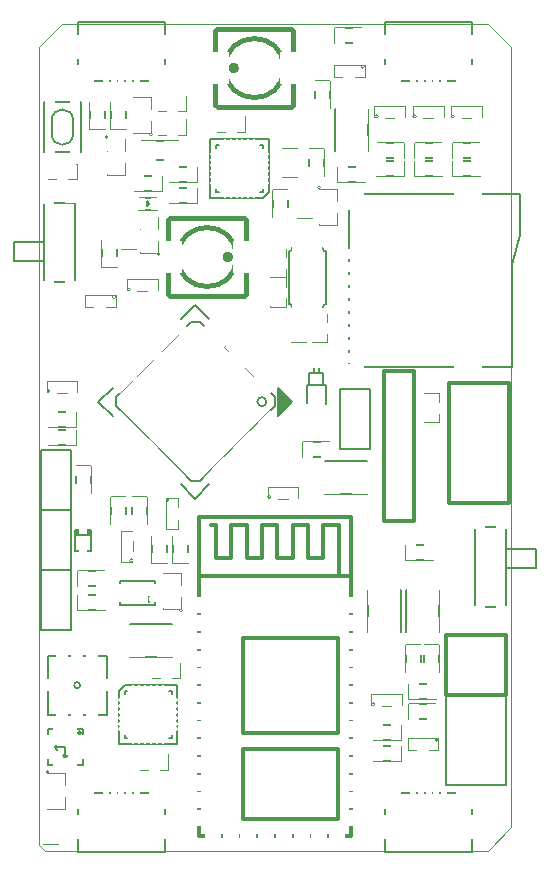
<source format=gto>
G04 (created by PCBNEW (2013-dec-23)-stable) date Tue 01 Jul 2014 06:11:27 EEST*
%MOIN*%
G04 Gerber Fmt 3.4, Leading zero omitted, Abs format*
%FSLAX34Y34*%
G01*
G70*
G90*
G04 APERTURE LIST*
%ADD10C,0.00590551*%
%ADD11C,0.00393701*%
%ADD12C,0.0059*%
%ADD13C,0.0079*%
%ADD14C,0.0031*%
%ADD15C,0.005*%
%ADD16C,0.0039*%
%ADD17C,0.0047*%
%ADD18C,0.012*%
%ADD19C,0.008*%
%ADD20C,0.006*%
%ADD21C,0.0149*%
%ADD22C,0.015*%
%ADD23C,0.00787402*%
%ADD24R,0.106274X0.106274*%
%ADD25O,0.039374X0.017674*%
%ADD26O,0.017674X0.039374*%
%ADD27R,0.039374X0.047274*%
%ADD28R,0.047274X0.039374*%
%ADD29R,0.0472441X0.0669291*%
%ADD30R,0.031474X0.047274*%
%ADD31R,0.0334646X0.0551181*%
%ADD32R,0.062874X0.042874*%
%ADD33R,0.032874X0.052874*%
%ADD34R,0.052874X0.032874*%
%ADD35R,0.067874X0.067874*%
%ADD36C,0.067874*%
%ADD37O,0.067874X0.067874*%
%ADD38R,0.0590551X0.0433071*%
%ADD39R,0.0472441X0.0472441*%
%ADD40C,0.0433071*%
%ADD41R,0.0314961X0.0511811*%
%ADD42R,0.0669291X0.102362*%
%ADD43R,0.023622X0.0610236*%
%ADD44R,0.0826772X0.0826772*%
%ADD45R,0.0669291X0.0669291*%
%ADD46R,0.0708661X0.0354331*%
%ADD47R,0.0629921X0.0551181*%
%ADD48R,0.0629921X0.0708661*%
%ADD49R,0.0944882X0.0551181*%
%ADD50C,0.0551181*%
%ADD51R,0.039274X0.039274*%
%ADD52R,0.074774X0.055074*%
%ADD53R,0.055074X0.070774*%
%ADD54R,0.055074X0.074774*%
%ADD55R,0.0669291X0.106299*%
%ADD56R,0.019685X0.0255906*%
%ADD57R,0.0255906X0.019685*%
%ADD58R,0.0354331X0.0177165*%
%ADD59R,0.0728346X0.0610236*%
%ADD60R,0.0998882X0.0723291*%
%ADD61R,0.084674X0.106274*%
%ADD62R,0.106274X0.084674*%
%ADD63R,0.0393701X0.0748031*%
%ADD64R,0.0748031X0.0393701*%
%ADD65R,0.106299X0.0393701*%
%ADD66R,0.084674X0.066974*%
G04 APERTURE END LIST*
G54D10*
G54D11*
X7874Y-35236D02*
X8070Y-35433D01*
X23622Y-34645D02*
X22834Y-35433D01*
X22834Y-7874D02*
X23622Y-8661D01*
X8661Y-7874D02*
X7874Y-8661D01*
X22834Y-35433D02*
X8070Y-35433D01*
X8661Y-7874D02*
X22834Y-7874D01*
X7874Y-35236D02*
X7874Y-8661D01*
X23622Y-8661D02*
X23622Y-34645D01*
G54D12*
X15350Y-13676D02*
X13586Y-13676D01*
X15546Y-13480D02*
X15546Y-11716D01*
X15546Y-13480D02*
X15350Y-13676D01*
G54D13*
X15350Y-13382D02*
X15350Y-13480D01*
X15350Y-13480D02*
X15252Y-13480D01*
X15252Y-11912D02*
X15350Y-11912D01*
X15350Y-11912D02*
X15350Y-12010D01*
X13782Y-12010D02*
X13782Y-11912D01*
X13782Y-11912D02*
X13880Y-11912D01*
X13880Y-13480D02*
X13782Y-13480D01*
X13782Y-13480D02*
X13782Y-13382D01*
G54D12*
X13586Y-11716D02*
X15546Y-11716D01*
X13586Y-13676D02*
X13586Y-11716D01*
X10731Y-29925D02*
X12495Y-29925D01*
X10535Y-30121D02*
X10535Y-31885D01*
X10535Y-30121D02*
X10731Y-29925D01*
G54D13*
X10731Y-30219D02*
X10731Y-30121D01*
X10731Y-30121D02*
X10829Y-30121D01*
X10829Y-31689D02*
X10731Y-31689D01*
X10731Y-31689D02*
X10731Y-31591D01*
X12299Y-31591D02*
X12299Y-31689D01*
X12299Y-31689D02*
X12201Y-31689D01*
X12201Y-30121D02*
X12299Y-30121D01*
X12299Y-30121D02*
X12299Y-30219D01*
G54D12*
X12495Y-31885D02*
X10535Y-31885D01*
X12495Y-29925D02*
X12495Y-31885D01*
G54D14*
X19186Y-10964D02*
G75*
G03X19186Y-10964I-62J0D01*
G74*
G01*
X20086Y-10626D02*
X20086Y-11026D01*
X19061Y-10626D02*
X19061Y-11026D01*
X20086Y-11026D02*
X19061Y-11026D01*
X19061Y-10626D02*
X20086Y-10626D01*
X10938Y-16732D02*
G75*
G03X10938Y-16732I-62J0D01*
G74*
G01*
X11838Y-16394D02*
X11838Y-16794D01*
X10813Y-16394D02*
X10813Y-16794D01*
X11838Y-16794D02*
X10813Y-16794D01*
X10813Y-16394D02*
X11838Y-16394D01*
X10446Y-16987D02*
G75*
G03X10446Y-16987I-62J0D01*
G74*
G01*
X9421Y-17325D02*
X9421Y-16925D01*
X10446Y-17325D02*
X10446Y-16925D01*
X9421Y-16925D02*
X10446Y-16925D01*
X10446Y-17325D02*
X9421Y-17325D01*
X15623Y-23641D02*
G75*
G03X15623Y-23641I-62J0D01*
G74*
G01*
X16523Y-23303D02*
X16523Y-23703D01*
X15498Y-23303D02*
X15498Y-23703D01*
X16523Y-23703D02*
X15498Y-23703D01*
X15498Y-23303D02*
X16523Y-23303D01*
X8261Y-20118D02*
G75*
G03X8261Y-20118I-62J0D01*
G74*
G01*
X9161Y-19780D02*
X9161Y-20180D01*
X8136Y-19780D02*
X8136Y-20180D01*
X9161Y-20180D02*
X8136Y-20180D01*
X8136Y-19780D02*
X9161Y-19780D01*
X19087Y-30551D02*
G75*
G03X19087Y-30551I-62J0D01*
G74*
G01*
X19988Y-30213D02*
X19988Y-30613D01*
X18963Y-30213D02*
X18963Y-30613D01*
X19988Y-30613D02*
X18963Y-30613D01*
X18963Y-30213D02*
X19988Y-30213D01*
X21194Y-31751D02*
G75*
G03X21194Y-31751I-62J0D01*
G74*
G01*
X20169Y-32089D02*
X20169Y-31689D01*
X21194Y-32089D02*
X21194Y-31689D01*
X20169Y-31689D02*
X21194Y-31689D01*
X21194Y-32089D02*
X20169Y-32089D01*
X11027Y-25758D02*
G75*
G03X11027Y-25758I-62J0D01*
G74*
G01*
X10626Y-24795D02*
X11026Y-24795D01*
X10626Y-25820D02*
X11026Y-25820D01*
X11026Y-24795D02*
X11026Y-25820D01*
X10626Y-25820D02*
X10626Y-24795D01*
X18734Y-9310D02*
G75*
G03X18734Y-9310I-62J0D01*
G74*
G01*
X17708Y-9648D02*
X17708Y-9248D01*
X18733Y-9648D02*
X18733Y-9248D01*
X17708Y-9248D02*
X18733Y-9248D01*
X18733Y-9648D02*
X17708Y-9648D01*
X21745Y-10964D02*
G75*
G03X21745Y-10964I-62J0D01*
G74*
G01*
X22645Y-10626D02*
X22645Y-11026D01*
X21620Y-10626D02*
X21620Y-11026D01*
X22645Y-11026D02*
X21620Y-11026D01*
X21620Y-10626D02*
X22645Y-10626D01*
X20465Y-10964D02*
G75*
G03X20465Y-10964I-62J0D01*
G74*
G01*
X21366Y-10626D02*
X21366Y-11026D01*
X20341Y-10626D02*
X20341Y-11026D01*
X21366Y-11026D02*
X20341Y-11026D01*
X20341Y-10626D02*
X21366Y-10626D01*
X12227Y-23749D02*
G75*
G03X12227Y-23749I-62J0D01*
G74*
G01*
X12503Y-24712D02*
X12103Y-24712D01*
X12503Y-23687D02*
X12103Y-23687D01*
X12103Y-24712D02*
X12103Y-23687D01*
X12503Y-23687D02*
X12503Y-24712D01*
G54D15*
X9074Y-24783D02*
X9626Y-24783D01*
X9626Y-24822D02*
X9074Y-24822D01*
X9074Y-24862D02*
X9626Y-24862D01*
X9074Y-24901D02*
X9626Y-24901D01*
X9074Y-24744D02*
X9074Y-25452D01*
X9074Y-25452D02*
X9626Y-25452D01*
X9626Y-25452D02*
X9626Y-24744D01*
X9626Y-24744D02*
X9074Y-24744D01*
G54D10*
X9291Y-10492D02*
X9291Y-12145D01*
X9291Y-12145D02*
X8031Y-12145D01*
X8031Y-12145D02*
X8031Y-10492D01*
X8031Y-10492D02*
X9291Y-10492D01*
X8307Y-11082D02*
X8307Y-11555D01*
X9015Y-11082D02*
X9015Y-11555D01*
X8307Y-11555D02*
G75*
G03X9015Y-11555I354J0D01*
G74*
G01*
X8307Y-11082D02*
G75*
G02X9015Y-11082I354J0D01*
G74*
G01*
G54D16*
X11668Y-11575D02*
G75*
G03X11668Y-11575I-50J0D01*
G74*
G01*
X11618Y-11125D02*
X11618Y-11525D01*
X11618Y-11525D02*
X11018Y-11525D01*
X11018Y-11525D02*
X11018Y-11125D01*
X11018Y-10725D02*
X11018Y-10325D01*
X11018Y-10325D02*
X11618Y-10325D01*
X11618Y-10325D02*
X11618Y-10725D01*
G54D17*
X12500Y-11574D02*
X12775Y-11574D01*
X12106Y-11574D02*
X11831Y-11574D01*
X12500Y-11062D02*
X12775Y-11062D01*
X11831Y-11062D02*
X12106Y-11062D01*
X12775Y-11068D02*
X12775Y-11568D01*
X11831Y-11568D02*
X11831Y-11068D01*
X11122Y-14724D02*
X11122Y-14449D01*
X11122Y-15118D02*
X11122Y-15393D01*
X10610Y-14724D02*
X10610Y-14449D01*
X10610Y-15393D02*
X10610Y-15118D01*
X10616Y-14449D02*
X11116Y-14449D01*
X11116Y-15393D02*
X10616Y-15393D01*
X16476Y-14074D02*
X16476Y-14349D01*
X16476Y-13680D02*
X16476Y-13405D01*
X16988Y-14074D02*
X16988Y-14349D01*
X16988Y-13405D02*
X16988Y-13680D01*
X16982Y-14349D02*
X16482Y-14349D01*
X16482Y-13405D02*
X16982Y-13405D01*
X21220Y-20472D02*
X21220Y-20197D01*
X21220Y-20866D02*
X21220Y-21141D01*
X20708Y-20472D02*
X20708Y-20197D01*
X20708Y-21141D02*
X20708Y-20866D01*
X20714Y-20197D02*
X21214Y-20197D01*
X21214Y-21141D02*
X20714Y-21141D01*
X16496Y-12303D02*
X16496Y-12028D01*
X16496Y-12697D02*
X16496Y-12972D01*
X15984Y-12303D02*
X15984Y-12028D01*
X15984Y-12972D02*
X15984Y-12697D01*
X15990Y-12028D02*
X16490Y-12028D01*
X16490Y-12972D02*
X15990Y-12972D01*
X8464Y-12539D02*
X8189Y-12539D01*
X8858Y-12539D02*
X9133Y-12539D01*
X8464Y-13051D02*
X8189Y-13051D01*
X9133Y-13051D02*
X8858Y-13051D01*
X8189Y-13045D02*
X8189Y-12545D01*
X9133Y-12545D02*
X9133Y-13045D01*
X12500Y-10787D02*
X12775Y-10787D01*
X12106Y-10787D02*
X11831Y-10787D01*
X12500Y-10275D02*
X12775Y-10275D01*
X11831Y-10275D02*
X12106Y-10275D01*
X12775Y-10281D02*
X12775Y-10781D01*
X11831Y-10781D02*
X11831Y-10281D01*
X15590Y-17027D02*
X15590Y-17302D01*
X15590Y-16633D02*
X15590Y-16358D01*
X16102Y-17027D02*
X16102Y-17302D01*
X16102Y-16358D02*
X16102Y-16633D01*
X16096Y-17302D02*
X15596Y-17302D01*
X15596Y-16358D02*
X16096Y-16358D01*
X16102Y-15649D02*
X16102Y-15374D01*
X16102Y-16043D02*
X16102Y-16318D01*
X15590Y-15649D02*
X15590Y-15374D01*
X15590Y-16318D02*
X15590Y-16043D01*
X15596Y-15374D02*
X16096Y-15374D01*
X16096Y-16318D02*
X15596Y-16318D01*
X17480Y-17814D02*
X17480Y-17539D01*
X17480Y-18208D02*
X17480Y-18483D01*
X16968Y-17814D02*
X16968Y-17539D01*
X16968Y-18483D02*
X16968Y-18208D01*
X16974Y-17539D02*
X17474Y-17539D01*
X17474Y-18483D02*
X16974Y-18483D01*
X16791Y-17814D02*
X16791Y-17539D01*
X16791Y-18208D02*
X16791Y-18483D01*
X16279Y-17814D02*
X16279Y-17539D01*
X16279Y-18483D02*
X16279Y-18208D01*
X16285Y-17539D02*
X16785Y-17539D01*
X16785Y-18483D02*
X16285Y-18483D01*
X11909Y-32736D02*
X12184Y-32736D01*
X11515Y-32736D02*
X11240Y-32736D01*
X11909Y-32224D02*
X12184Y-32224D01*
X11240Y-32224D02*
X11515Y-32224D01*
X12184Y-32230D02*
X12184Y-32730D01*
X11240Y-32730D02*
X11240Y-32230D01*
X14074Y-10964D02*
X13799Y-10964D01*
X14468Y-10964D02*
X14743Y-10964D01*
X14074Y-11476D02*
X13799Y-11476D01*
X14743Y-11476D02*
X14468Y-11476D01*
X13799Y-11470D02*
X13799Y-10970D01*
X14743Y-10970D02*
X14743Y-11470D01*
X12303Y-29685D02*
X12578Y-29685D01*
X11909Y-29685D02*
X11634Y-29685D01*
X12303Y-29173D02*
X12578Y-29173D01*
X11634Y-29173D02*
X11909Y-29173D01*
X12578Y-29179D02*
X12578Y-29679D01*
X11634Y-29679D02*
X11634Y-29179D01*
X8523Y-34547D02*
X8523Y-34272D01*
X8523Y-34941D02*
X8523Y-35216D01*
X8011Y-34547D02*
X8011Y-34272D01*
X8011Y-35216D02*
X8011Y-34941D01*
X8017Y-34272D02*
X8517Y-34272D01*
X8517Y-35216D02*
X8017Y-35216D01*
G54D15*
X10781Y-10475D02*
X10781Y-11375D01*
X10781Y-11375D02*
X10281Y-11375D01*
X10281Y-11375D02*
X10281Y-10475D01*
X10281Y-10475D02*
X10781Y-10475D01*
X16194Y-13427D02*
X16194Y-14327D01*
X16194Y-14327D02*
X15694Y-14327D01*
X15694Y-14327D02*
X15694Y-13427D01*
X15694Y-13427D02*
X16194Y-13427D01*
X9195Y-26915D02*
X10095Y-26915D01*
X10095Y-26915D02*
X10095Y-27415D01*
X10095Y-27415D02*
X9195Y-27415D01*
X9195Y-27415D02*
X9195Y-26915D01*
X13146Y-13143D02*
X12246Y-13143D01*
X12246Y-13143D02*
X12246Y-12643D01*
X12246Y-12643D02*
X13146Y-12643D01*
X13146Y-12643D02*
X13146Y-13143D01*
X11965Y-13438D02*
X11065Y-13438D01*
X11065Y-13438D02*
X11065Y-12938D01*
X11065Y-12938D02*
X11965Y-12938D01*
X11965Y-12938D02*
X11965Y-13438D01*
X12246Y-13332D02*
X13146Y-13332D01*
X13146Y-13332D02*
X13146Y-13832D01*
X13146Y-13832D02*
X12246Y-13832D01*
X12246Y-13832D02*
X12246Y-13332D01*
X11470Y-23664D02*
X11470Y-24564D01*
X11470Y-24564D02*
X10970Y-24564D01*
X10970Y-24564D02*
X10970Y-23664D01*
X10970Y-23664D02*
X11470Y-23664D01*
X10281Y-24564D02*
X10281Y-23664D01*
X10281Y-23664D02*
X10781Y-23664D01*
X10781Y-23664D02*
X10781Y-24564D01*
X10781Y-24564D02*
X10281Y-24564D01*
X9100Y-23520D02*
X9100Y-22620D01*
X9100Y-22620D02*
X9600Y-22620D01*
X9600Y-22620D02*
X9600Y-23520D01*
X9600Y-23520D02*
X9100Y-23520D01*
X9195Y-26127D02*
X10095Y-26127D01*
X10095Y-26127D02*
X10095Y-26627D01*
X10095Y-26627D02*
X9195Y-26627D01*
X9195Y-26627D02*
X9195Y-26127D01*
X21020Y-25742D02*
X20120Y-25742D01*
X20120Y-25742D02*
X20120Y-25242D01*
X20120Y-25242D02*
X21020Y-25242D01*
X21020Y-25242D02*
X21020Y-25742D01*
X16695Y-21816D02*
X17595Y-21816D01*
X17595Y-21816D02*
X17595Y-22316D01*
X17595Y-22316D02*
X16695Y-22316D01*
X16695Y-22316D02*
X16695Y-21816D01*
X10486Y-15081D02*
X10486Y-15981D01*
X10486Y-15981D02*
X9986Y-15981D01*
X9986Y-15981D02*
X9986Y-15081D01*
X9986Y-15081D02*
X10486Y-15081D01*
X21695Y-12446D02*
X22595Y-12446D01*
X22595Y-12446D02*
X22595Y-12946D01*
X22595Y-12946D02*
X21695Y-12946D01*
X21695Y-12946D02*
X21695Y-12446D01*
X20416Y-12446D02*
X21316Y-12446D01*
X21316Y-12446D02*
X21316Y-12946D01*
X21316Y-12946D02*
X20416Y-12946D01*
X20416Y-12946D02*
X20416Y-12446D01*
X19136Y-12446D02*
X20036Y-12446D01*
X20036Y-12446D02*
X20036Y-12946D01*
X20036Y-12946D02*
X19136Y-12946D01*
X19136Y-12946D02*
X19136Y-12446D01*
X20219Y-30557D02*
X21119Y-30557D01*
X21119Y-30557D02*
X21119Y-31057D01*
X21119Y-31057D02*
X20219Y-31057D01*
X20219Y-31057D02*
X20219Y-30557D01*
X20219Y-29868D02*
X21119Y-29868D01*
X21119Y-29868D02*
X21119Y-30368D01*
X21119Y-30368D02*
X20219Y-30368D01*
X20219Y-30368D02*
X20219Y-29868D01*
X19938Y-31746D02*
X19038Y-31746D01*
X19038Y-31746D02*
X19038Y-31246D01*
X19038Y-31246D02*
X19938Y-31246D01*
X19938Y-31246D02*
X19938Y-31746D01*
X19938Y-32435D02*
X19038Y-32435D01*
X19038Y-32435D02*
X19038Y-31935D01*
X19038Y-31935D02*
X19938Y-31935D01*
X19938Y-31935D02*
X19938Y-32435D01*
X10092Y-10475D02*
X10092Y-11375D01*
X10092Y-11375D02*
X9592Y-11375D01*
X9592Y-11375D02*
X9592Y-10475D01*
X9592Y-10475D02*
X10092Y-10475D01*
X17072Y-10686D02*
X17072Y-9786D01*
X17072Y-9786D02*
X17572Y-9786D01*
X17572Y-9786D02*
X17572Y-10686D01*
X17572Y-10686D02*
X17072Y-10686D01*
X21214Y-28585D02*
X21214Y-29485D01*
X21214Y-29485D02*
X20714Y-29485D01*
X20714Y-29485D02*
X20714Y-28585D01*
X20714Y-28585D02*
X21214Y-28585D01*
X18658Y-8517D02*
X17758Y-8517D01*
X17758Y-8517D02*
X17758Y-8017D01*
X17758Y-8017D02*
X18658Y-8017D01*
X18658Y-8017D02*
X18658Y-8517D01*
X21316Y-12356D02*
X20416Y-12356D01*
X20416Y-12356D02*
X20416Y-11856D01*
X20416Y-11856D02*
X21316Y-11856D01*
X21316Y-11856D02*
X21316Y-12356D01*
X20036Y-12356D02*
X19136Y-12356D01*
X19136Y-12356D02*
X19136Y-11856D01*
X19136Y-11856D02*
X20036Y-11856D01*
X20036Y-11856D02*
X20036Y-12356D01*
X12848Y-24943D02*
X12848Y-25843D01*
X12848Y-25843D02*
X12348Y-25843D01*
X12348Y-25843D02*
X12348Y-24943D01*
X12348Y-24943D02*
X12848Y-24943D01*
X9111Y-21312D02*
X8211Y-21312D01*
X8211Y-21312D02*
X8211Y-20812D01*
X8211Y-20812D02*
X9111Y-20812D01*
X9111Y-20812D02*
X9111Y-21312D01*
X11659Y-25843D02*
X11659Y-24943D01*
X11659Y-24943D02*
X12159Y-24943D01*
X12159Y-24943D02*
X12159Y-25843D01*
X12159Y-25843D02*
X11659Y-25843D01*
X18757Y-13143D02*
X17857Y-13143D01*
X17857Y-13143D02*
X17857Y-12643D01*
X17857Y-12643D02*
X18757Y-12643D01*
X18757Y-12643D02*
X18757Y-13143D01*
X20624Y-28585D02*
X20624Y-29485D01*
X20624Y-29485D02*
X20124Y-29485D01*
X20124Y-29485D02*
X20124Y-28585D01*
X20124Y-28585D02*
X20624Y-28585D01*
X16875Y-12950D02*
X16875Y-12050D01*
X16875Y-12050D02*
X17375Y-12050D01*
X17375Y-12050D02*
X17375Y-12950D01*
X17375Y-12950D02*
X16875Y-12950D01*
X22595Y-12356D02*
X21695Y-12356D01*
X21695Y-12356D02*
X21695Y-11856D01*
X21695Y-11856D02*
X22595Y-11856D01*
X22595Y-11856D02*
X22595Y-12356D01*
X9111Y-21903D02*
X8211Y-21903D01*
X8211Y-21903D02*
X8211Y-21403D01*
X8211Y-21403D02*
X9111Y-21403D01*
X9111Y-21403D02*
X9111Y-21903D01*
G54D18*
X19381Y-24448D02*
X20381Y-24448D01*
X20381Y-19448D02*
X19381Y-19448D01*
X19381Y-24448D02*
X19381Y-19448D01*
X20381Y-19448D02*
X20381Y-24448D01*
X21539Y-23850D02*
X21539Y-19850D01*
X21539Y-19850D02*
X23539Y-19850D01*
X23539Y-19850D02*
X23539Y-23850D01*
X23539Y-23850D02*
X21539Y-23850D01*
G54D19*
X21461Y-33238D02*
X21461Y-30238D01*
X23461Y-30238D02*
X23461Y-33238D01*
X23461Y-33238D02*
X21461Y-33238D01*
X21461Y-30238D02*
X23461Y-30238D01*
G54D18*
X23461Y-28238D02*
X23461Y-30238D01*
X23461Y-30238D02*
X21461Y-30238D01*
X21461Y-30238D02*
X21461Y-28238D01*
X21461Y-28238D02*
X23461Y-28238D01*
G54D20*
X8961Y-24088D02*
X7961Y-24088D01*
X7961Y-24088D02*
X7961Y-22088D01*
X7961Y-22088D02*
X8961Y-22088D01*
X8961Y-22088D02*
X8961Y-24088D01*
X8961Y-26088D02*
X7961Y-26088D01*
X7961Y-26088D02*
X7961Y-24088D01*
X7961Y-24088D02*
X8961Y-24088D01*
X8961Y-24088D02*
X8961Y-26088D01*
X7961Y-26088D02*
X8961Y-26088D01*
X8961Y-26088D02*
X8961Y-28088D01*
X8961Y-28088D02*
X7961Y-28088D01*
X7961Y-28088D02*
X7961Y-26088D01*
X17905Y-20062D02*
X18905Y-20062D01*
X18905Y-20062D02*
X18905Y-22062D01*
X18905Y-22062D02*
X17905Y-22062D01*
X17905Y-22062D02*
X17905Y-20062D01*
G54D10*
X23464Y-26003D02*
X24448Y-26003D01*
X24448Y-26003D02*
X24448Y-25374D01*
X24448Y-25374D02*
X23464Y-25374D01*
X22401Y-27303D02*
X22401Y-24665D01*
X22401Y-24665D02*
X23464Y-24665D01*
X23464Y-24665D02*
X23464Y-27303D01*
X23464Y-27303D02*
X22401Y-27303D01*
X8031Y-15137D02*
X7047Y-15137D01*
X7047Y-15137D02*
X7047Y-15767D01*
X7047Y-15767D02*
X8031Y-15767D01*
X9094Y-13838D02*
X9094Y-16476D01*
X9094Y-16476D02*
X8031Y-16476D01*
X8031Y-16476D02*
X8031Y-13838D01*
X8031Y-13838D02*
X9094Y-13838D01*
X17047Y-19507D02*
X17047Y-19350D01*
X17204Y-19507D02*
X17204Y-19350D01*
X16889Y-19901D02*
X16889Y-19507D01*
X16889Y-19507D02*
X17362Y-19507D01*
X17362Y-19507D02*
X17362Y-19901D01*
X17440Y-19901D02*
X16811Y-19901D01*
X17440Y-20551D02*
X17440Y-19901D01*
X16811Y-19901D02*
X16811Y-20531D01*
X9173Y-33523D02*
X12086Y-33523D01*
X12086Y-33523D02*
X12086Y-35492D01*
X12086Y-35492D02*
X9173Y-35492D01*
X9173Y-35492D02*
X9173Y-33523D01*
X19409Y-33523D02*
X22322Y-33523D01*
X22322Y-33523D02*
X22322Y-35492D01*
X22322Y-35492D02*
X19409Y-35492D01*
X19409Y-35492D02*
X19409Y-33523D01*
X22322Y-9783D02*
X19409Y-9783D01*
X19409Y-9783D02*
X19409Y-7814D01*
X19409Y-7814D02*
X22322Y-7814D01*
X22322Y-7814D02*
X22322Y-9783D01*
X12086Y-9783D02*
X9173Y-9783D01*
X9173Y-9783D02*
X9173Y-7814D01*
X9173Y-7814D02*
X12086Y-7814D01*
X12086Y-7814D02*
X12086Y-9783D01*
X23641Y-15905D02*
X23641Y-19330D01*
X23917Y-13543D02*
X23917Y-14921D01*
X23917Y-14921D02*
X23641Y-15905D01*
X18208Y-13543D02*
X18208Y-19330D01*
X18208Y-19330D02*
X23641Y-19330D01*
X23917Y-13543D02*
X18208Y-13543D01*
G54D12*
X16291Y-20500D02*
X16291Y-20444D01*
X16235Y-20389D02*
X16235Y-20555D01*
X16180Y-20611D02*
X16180Y-20333D01*
X16124Y-20277D02*
X16124Y-20666D01*
X16068Y-20722D02*
X16068Y-20222D01*
X16013Y-20166D02*
X16013Y-20778D01*
X15957Y-20833D02*
X15957Y-20111D01*
X15902Y-20055D02*
X15902Y-20889D01*
X15846Y-19999D02*
X16319Y-20472D01*
X16319Y-20472D02*
X15846Y-20945D01*
X15846Y-20945D02*
X15846Y-19999D01*
X12617Y-17716D02*
X13090Y-17243D01*
X13090Y-17243D02*
X13563Y-17716D01*
X10334Y-20945D02*
X9861Y-20472D01*
X9861Y-20472D02*
X10334Y-19999D01*
X13563Y-23228D02*
X13090Y-23701D01*
X13090Y-23701D02*
X12617Y-23228D01*
G54D15*
X13231Y-17827D02*
X15735Y-20331D01*
X12949Y-17827D02*
X10445Y-20331D01*
X12949Y-23117D02*
X10445Y-20613D01*
X15735Y-20613D02*
X13231Y-23117D01*
X15460Y-20472D02*
G75*
G03X15460Y-20472I-150J0D01*
G74*
G01*
X15735Y-20331D02*
X15735Y-20613D01*
X12949Y-17827D02*
X13231Y-17827D01*
X10445Y-20613D02*
X10445Y-20331D01*
X13231Y-23117D02*
X12949Y-23117D01*
X11633Y-14074D02*
X11633Y-13680D01*
X11397Y-13680D02*
X11397Y-14074D01*
X11515Y-13916D02*
X11515Y-13838D01*
X11476Y-13798D02*
X11476Y-13956D01*
X11476Y-13956D02*
X11554Y-13877D01*
X11554Y-13877D02*
X11476Y-13798D01*
X11200Y-13680D02*
X11830Y-13680D01*
X11830Y-13680D02*
X11830Y-14074D01*
X11830Y-14074D02*
X11200Y-14074D01*
X11200Y-14074D02*
X11200Y-13680D01*
G54D21*
X14291Y-24587D02*
X14291Y-25689D01*
X13779Y-24587D02*
X13779Y-25689D01*
X14292Y-25688D02*
X13780Y-25688D01*
X15314Y-24586D02*
X15314Y-25688D01*
X14802Y-24586D02*
X14802Y-25688D01*
X15315Y-25687D02*
X14803Y-25687D01*
X14802Y-24585D02*
X14290Y-24585D01*
X16338Y-24586D02*
X16338Y-25688D01*
X15826Y-24586D02*
X15826Y-25688D01*
X16339Y-25687D02*
X15827Y-25687D01*
X15826Y-24585D02*
X15314Y-24585D01*
X17874Y-24586D02*
X17874Y-26279D01*
X17362Y-24586D02*
X17362Y-25688D01*
X16850Y-24586D02*
X16850Y-25688D01*
X14685Y-34389D02*
X14685Y-32066D01*
X17835Y-32066D02*
X17835Y-34389D01*
X14685Y-32065D02*
X17835Y-32065D01*
X17835Y-34389D02*
X14685Y-34389D01*
X17835Y-28365D02*
X17835Y-31515D01*
X17835Y-31515D02*
X14685Y-31515D01*
X14685Y-31515D02*
X14685Y-28365D01*
X14685Y-28365D02*
X17835Y-28365D01*
X13779Y-24586D02*
X13622Y-24586D01*
X17363Y-25687D02*
X16851Y-25687D01*
X16850Y-24585D02*
X16338Y-24585D01*
X17874Y-24585D02*
X17362Y-24585D01*
X18268Y-26279D02*
X13228Y-26279D01*
X13228Y-34940D02*
X13228Y-24310D01*
X13228Y-24310D02*
X18268Y-24310D01*
X18268Y-24310D02*
X18268Y-34940D01*
X18268Y-34940D02*
X13228Y-34940D01*
G54D22*
X16043Y-9350D02*
G75*
G03X16043Y-9350I-984J0D01*
G74*
G01*
X16358Y-8129D02*
G75*
G03X16279Y-8051I-78J0D01*
G74*
G01*
X16279Y-10649D02*
G75*
G03X16358Y-10570I0J78D01*
G74*
G01*
X13759Y-10570D02*
G75*
G03X13838Y-10649I78J0D01*
G74*
G01*
X13838Y-8051D02*
G75*
G03X13759Y-8129I0J-78D01*
G74*
G01*
X16279Y-10649D02*
X13838Y-10649D01*
X16358Y-8129D02*
X16358Y-10570D01*
X13838Y-8051D02*
X16279Y-8051D01*
X13759Y-10570D02*
X13759Y-8129D01*
X14468Y-9350D02*
G75*
G03X14468Y-9350I-98J0D01*
G74*
G01*
X14468Y-15649D02*
G75*
G03X14468Y-15649I-984J0D01*
G74*
G01*
X12185Y-16870D02*
G75*
G03X12263Y-16948I78J0D01*
G74*
G01*
X12263Y-14350D02*
G75*
G03X12185Y-14429I0J-78D01*
G74*
G01*
X14783Y-14429D02*
G75*
G03X14704Y-14350I-78J0D01*
G74*
G01*
X14704Y-16948D02*
G75*
G03X14783Y-16870I0J78D01*
G74*
G01*
X12263Y-14350D02*
X14704Y-14350D01*
X12185Y-16870D02*
X12185Y-14429D01*
X14704Y-16948D02*
X12263Y-16948D01*
X14783Y-14429D02*
X14783Y-16870D01*
X14271Y-15649D02*
G75*
G03X14271Y-15649I-98J0D01*
G74*
G01*
G54D10*
X8405Y-31988D02*
X8759Y-31988D01*
X8759Y-31988D02*
X8759Y-32342D01*
X8484Y-31909D02*
X8405Y-31988D01*
X8405Y-31988D02*
X8484Y-32066D01*
X8759Y-32342D02*
X8681Y-32263D01*
X8759Y-32342D02*
X8838Y-32263D01*
X9287Y-31515D02*
G75*
G03X9287Y-31515I-55J0D01*
G74*
G01*
X9350Y-31397D02*
X9350Y-32578D01*
X9350Y-32578D02*
X8169Y-32578D01*
X8169Y-32578D02*
X8169Y-31397D01*
X8169Y-31397D02*
X9350Y-31397D01*
X11535Y-27153D02*
X11535Y-26937D01*
X10570Y-26445D02*
X10570Y-26524D01*
X10570Y-26524D02*
X10570Y-26445D01*
X10570Y-26445D02*
X11751Y-26445D01*
X11751Y-26445D02*
X11751Y-26524D01*
X10570Y-27232D02*
X10570Y-27153D01*
X10570Y-27232D02*
X11751Y-27232D01*
X11751Y-27232D02*
X11751Y-27153D01*
X17460Y-17204D02*
G75*
G03X17342Y-17322I0J-118D01*
G74*
G01*
X17342Y-15354D02*
G75*
G03X17460Y-15472I118J0D01*
G74*
G01*
X17460Y-15472D02*
X17460Y-17204D01*
X17027Y-15354D02*
X17342Y-15354D01*
X17027Y-17322D02*
X17342Y-17322D01*
X16673Y-17244D02*
X16988Y-17244D01*
X16673Y-17244D02*
X16633Y-17322D01*
X16988Y-17244D02*
X17027Y-17322D01*
X16318Y-17322D02*
X16633Y-17322D01*
X16318Y-17322D02*
G75*
G03X16200Y-17204I-118J0D01*
G74*
G01*
X16200Y-15472D02*
X16200Y-17204D01*
X16318Y-15354D02*
X16633Y-15354D01*
X16200Y-15472D02*
G75*
G03X16318Y-15354I0J118D01*
G74*
G01*
X16633Y-15354D02*
X16673Y-15433D01*
X17027Y-15354D02*
X16988Y-15433D01*
X16673Y-15433D02*
X16988Y-15433D01*
G54D15*
X11139Y-28994D02*
X11139Y-27894D01*
X10914Y-28994D02*
X12314Y-28994D01*
X12314Y-28994D02*
X12314Y-27894D01*
X12314Y-27894D02*
X10914Y-27894D01*
X10914Y-27894D02*
X10914Y-28994D01*
X21219Y-27935D02*
X20119Y-27935D01*
X21219Y-28160D02*
X21219Y-26760D01*
X21219Y-26760D02*
X20119Y-26760D01*
X20119Y-26760D02*
X20119Y-28160D01*
X20119Y-28160D02*
X21219Y-28160D01*
X17654Y-23561D02*
X17654Y-22461D01*
X17429Y-23561D02*
X18829Y-23561D01*
X18829Y-23561D02*
X18829Y-22461D01*
X18829Y-22461D02*
X17429Y-22461D01*
X17429Y-22461D02*
X17429Y-23561D01*
X18857Y-11892D02*
X17757Y-11892D01*
X18857Y-12117D02*
X18857Y-10717D01*
X18857Y-10717D02*
X17757Y-10717D01*
X17757Y-10717D02*
X17757Y-12117D01*
X17757Y-12117D02*
X18857Y-12117D01*
X19939Y-27935D02*
X18839Y-27935D01*
X19939Y-28160D02*
X19939Y-26760D01*
X19939Y-26760D02*
X18839Y-26760D01*
X18839Y-26760D02*
X18839Y-28160D01*
X18839Y-28160D02*
X19939Y-28160D01*
G54D23*
X9251Y-29921D02*
G75*
G03X9251Y-29921I-98J0D01*
G74*
G01*
X8169Y-30905D02*
X8169Y-28937D01*
X8169Y-28937D02*
X10137Y-28937D01*
X10137Y-28937D02*
X10137Y-30905D01*
X10137Y-30905D02*
X8169Y-30905D01*
G54D16*
X10183Y-11653D02*
G75*
G03X10183Y-11653I-50J0D01*
G74*
G01*
X10133Y-12103D02*
X10133Y-11703D01*
X10133Y-11703D02*
X10733Y-11703D01*
X10733Y-11703D02*
X10733Y-12103D01*
X10733Y-12503D02*
X10733Y-12903D01*
X10733Y-12903D02*
X10133Y-12903D01*
X10133Y-12903D02*
X10133Y-12503D01*
G54D15*
X11459Y-11786D02*
X11459Y-12426D01*
X12539Y-12426D02*
X12539Y-11786D01*
X12539Y-11786D02*
X11279Y-11786D01*
X11279Y-11786D02*
X11279Y-12426D01*
X11279Y-12426D02*
X12539Y-12426D01*
G54D16*
X12661Y-27438D02*
G75*
G03X12661Y-27438I-50J0D01*
G74*
G01*
X12611Y-26988D02*
X12611Y-27388D01*
X12611Y-27388D02*
X12011Y-27388D01*
X12011Y-27388D02*
X12011Y-26988D01*
X12011Y-26588D02*
X12011Y-26188D01*
X12011Y-26188D02*
X12611Y-26188D01*
X12611Y-26188D02*
X12611Y-26588D01*
X17269Y-13326D02*
G75*
G03X17269Y-13326I-50J0D01*
G74*
G01*
X17219Y-13776D02*
X17219Y-13376D01*
X17219Y-13376D02*
X17819Y-13376D01*
X17819Y-13376D02*
X17819Y-13776D01*
X17819Y-14176D02*
X17819Y-14576D01*
X17819Y-14576D02*
X17219Y-14576D01*
X17219Y-14576D02*
X17219Y-14176D01*
X11905Y-15551D02*
G75*
G03X11905Y-15551I-50J0D01*
G74*
G01*
X11855Y-15101D02*
X11855Y-15501D01*
X11855Y-15501D02*
X11255Y-15501D01*
X11255Y-15501D02*
X11255Y-15101D01*
X11255Y-14701D02*
X11255Y-14301D01*
X11255Y-14301D02*
X11855Y-14301D01*
X11855Y-14301D02*
X11855Y-14701D01*
X8214Y-32814D02*
G75*
G03X8214Y-32814I-50J0D01*
G74*
G01*
X8164Y-33264D02*
X8164Y-32864D01*
X8164Y-32864D02*
X8764Y-32864D01*
X8764Y-32864D02*
X8764Y-33264D01*
X8764Y-33664D02*
X8764Y-34064D01*
X8764Y-34064D02*
X8164Y-34064D01*
X8164Y-34064D02*
X8164Y-33664D01*
%LPC*%
G54D24*
X14566Y-12696D03*
G54D25*
X15353Y-13188D03*
X15353Y-12991D03*
X15353Y-12794D03*
X15353Y-12598D03*
X15353Y-12401D03*
X15353Y-12204D03*
G54D26*
X15058Y-11909D03*
X14861Y-11909D03*
X14664Y-11909D03*
X14468Y-11909D03*
X14271Y-11909D03*
X14074Y-11909D03*
G54D25*
X13779Y-12204D03*
X13779Y-12401D03*
X13779Y-12598D03*
X13779Y-12794D03*
X13779Y-12991D03*
X13779Y-13188D03*
G54D26*
X14074Y-13483D03*
X14271Y-13483D03*
X14468Y-13483D03*
X14664Y-13483D03*
X14861Y-13483D03*
X15058Y-13483D03*
G54D25*
X10728Y-30413D03*
X10728Y-30610D03*
X10728Y-30807D03*
X10728Y-31003D03*
X10728Y-31200D03*
X10728Y-31397D03*
G54D26*
X11023Y-31692D03*
X11220Y-31692D03*
X11417Y-31692D03*
X11613Y-31692D03*
X11810Y-31692D03*
X12007Y-31692D03*
G54D25*
X12302Y-31397D03*
X12302Y-31200D03*
X12302Y-31003D03*
X12302Y-30807D03*
X12302Y-30610D03*
X12302Y-30413D03*
G54D26*
X12007Y-30118D03*
X11810Y-30118D03*
X11613Y-30118D03*
X11417Y-30118D03*
X11220Y-30118D03*
X11023Y-30118D03*
G54D27*
X19586Y-10393D03*
X19961Y-11259D03*
X19211Y-11259D03*
X11338Y-16161D03*
X11713Y-17027D03*
X10963Y-17027D03*
X9921Y-17558D03*
X9546Y-16692D03*
X10296Y-16692D03*
X16023Y-23070D03*
X16398Y-23936D03*
X15648Y-23936D03*
X8661Y-19547D03*
X9036Y-20413D03*
X8286Y-20413D03*
X19488Y-29980D03*
X19863Y-30846D03*
X19113Y-30846D03*
X20669Y-32322D03*
X20294Y-31456D03*
X21044Y-31456D03*
G54D28*
X10393Y-25295D03*
X11259Y-24920D03*
X11259Y-25670D03*
G54D27*
X18208Y-9881D03*
X17833Y-9015D03*
X18583Y-9015D03*
X22145Y-10393D03*
X22520Y-11259D03*
X21770Y-11259D03*
X20866Y-10393D03*
X21241Y-11259D03*
X20491Y-11259D03*
G54D28*
X12736Y-24212D03*
X11870Y-24587D03*
X11870Y-23837D03*
G54D29*
X9350Y-28248D03*
X9940Y-28248D03*
G54D30*
X9350Y-24665D03*
X9350Y-25531D03*
G54D31*
X9084Y-10472D03*
X8238Y-10472D03*
X9084Y-12165D03*
X8238Y-12165D03*
G54D32*
X11318Y-11300D03*
X11318Y-10550D03*
G54D33*
X12003Y-11318D03*
X12603Y-11318D03*
G54D34*
X10866Y-15221D03*
X10866Y-14621D03*
X16732Y-13577D03*
X16732Y-14177D03*
X20964Y-20969D03*
X20964Y-20369D03*
X16240Y-12800D03*
X16240Y-12200D03*
G54D33*
X8961Y-12795D03*
X8361Y-12795D03*
X12003Y-10531D03*
X12603Y-10531D03*
G54D34*
X15846Y-16530D03*
X15846Y-17130D03*
X15846Y-16146D03*
X15846Y-15546D03*
X17224Y-18311D03*
X17224Y-17711D03*
X16535Y-18311D03*
X16535Y-17711D03*
G54D33*
X11412Y-32480D03*
X12012Y-32480D03*
X14571Y-11220D03*
X13971Y-11220D03*
X11806Y-29429D03*
X12406Y-29429D03*
G54D34*
X8267Y-35044D03*
X8267Y-34444D03*
X10531Y-10625D03*
X10531Y-11225D03*
X15944Y-13577D03*
X15944Y-14177D03*
G54D33*
X9345Y-27165D03*
X9945Y-27165D03*
X12996Y-12893D03*
X12396Y-12893D03*
X11815Y-13188D03*
X11215Y-13188D03*
X12396Y-13582D03*
X12996Y-13582D03*
G54D34*
X11220Y-23814D03*
X11220Y-24414D03*
X10531Y-24414D03*
X10531Y-23814D03*
X9350Y-23370D03*
X9350Y-22770D03*
G54D33*
X9345Y-26377D03*
X9945Y-26377D03*
X20870Y-25492D03*
X20270Y-25492D03*
X16845Y-22066D03*
X17445Y-22066D03*
G54D34*
X10236Y-15231D03*
X10236Y-15831D03*
G54D33*
X21845Y-12696D03*
X22445Y-12696D03*
X20566Y-12696D03*
X21166Y-12696D03*
X19286Y-12696D03*
X19886Y-12696D03*
X20369Y-30807D03*
X20969Y-30807D03*
X20369Y-30118D03*
X20969Y-30118D03*
X19788Y-31496D03*
X19188Y-31496D03*
X19788Y-32185D03*
X19188Y-32185D03*
G54D34*
X9842Y-10625D03*
X9842Y-11225D03*
X17322Y-10536D03*
X17322Y-9936D03*
X20964Y-28735D03*
X20964Y-29335D03*
G54D33*
X18508Y-8267D03*
X17908Y-8267D03*
X21166Y-12106D03*
X20566Y-12106D03*
X19886Y-12106D03*
X19286Y-12106D03*
G54D34*
X12598Y-25093D03*
X12598Y-25693D03*
G54D33*
X8961Y-21062D03*
X8361Y-21062D03*
G54D34*
X11909Y-25693D03*
X11909Y-25093D03*
G54D33*
X18607Y-12893D03*
X18007Y-12893D03*
G54D34*
X20374Y-28735D03*
X20374Y-29335D03*
X17125Y-12800D03*
X17125Y-12200D03*
G54D33*
X22445Y-12106D03*
X21845Y-12106D03*
X8961Y-21653D03*
X8361Y-21653D03*
G54D35*
X19881Y-23948D03*
G54D36*
X19881Y-22948D03*
X19881Y-21948D03*
X19881Y-20948D03*
X19881Y-19948D03*
G54D37*
X23039Y-23350D03*
G54D36*
X22039Y-23350D03*
X23039Y-22350D03*
X22039Y-22350D03*
X23039Y-21350D03*
X22039Y-21350D03*
X23039Y-20350D03*
G54D35*
X22039Y-20350D03*
G54D37*
X21961Y-30738D03*
G54D36*
X22961Y-30738D03*
X21961Y-31738D03*
X22961Y-31738D03*
X21961Y-32738D03*
G54D35*
X22961Y-32738D03*
X21961Y-28738D03*
G54D36*
X22961Y-28738D03*
X21961Y-29738D03*
X22961Y-29738D03*
G54D35*
X8461Y-23588D03*
G54D36*
X8461Y-22588D03*
G54D35*
X8461Y-25588D03*
G54D36*
X8461Y-24588D03*
X8461Y-26588D03*
G54D35*
X8461Y-27588D03*
G54D37*
X18405Y-20562D03*
G54D35*
X18405Y-21562D03*
G54D38*
X22086Y-25688D03*
X22086Y-25098D03*
X22086Y-26870D03*
G54D39*
X22519Y-24468D03*
X23346Y-27500D03*
X23346Y-24468D03*
X22519Y-27519D03*
G54D40*
X22933Y-26574D03*
X22933Y-25393D03*
G54D38*
X9409Y-15452D03*
X9409Y-16043D03*
X9409Y-14271D03*
G54D39*
X8976Y-16673D03*
X8149Y-13641D03*
X8149Y-16673D03*
X8976Y-13622D03*
G54D40*
X8562Y-14566D03*
X8562Y-15748D03*
G54D41*
X16948Y-18976D03*
X17303Y-18976D03*
G54D42*
X17125Y-21161D03*
G54D43*
X10118Y-33592D03*
X10374Y-33592D03*
X10629Y-33592D03*
X10885Y-33592D03*
X11141Y-33592D03*
G54D44*
X9074Y-34645D03*
X12185Y-34645D03*
G54D45*
X11889Y-33730D03*
X9370Y-33730D03*
G54D43*
X20354Y-33592D03*
X20610Y-33592D03*
X20866Y-33592D03*
X21122Y-33592D03*
X21377Y-33592D03*
G54D44*
X19311Y-34645D03*
X22421Y-34645D03*
G54D45*
X22125Y-33730D03*
X19606Y-33730D03*
G54D43*
X21377Y-9714D03*
X21122Y-9714D03*
X20866Y-9714D03*
X20610Y-9714D03*
X20354Y-9714D03*
G54D44*
X22421Y-8661D03*
X19311Y-8661D03*
G54D45*
X19606Y-9576D03*
X22125Y-9576D03*
G54D43*
X11141Y-9714D03*
X10885Y-9714D03*
X10629Y-9714D03*
X10374Y-9714D03*
X10118Y-9714D03*
G54D44*
X12185Y-8661D03*
X9074Y-8661D03*
G54D45*
X9370Y-9576D03*
X11889Y-9576D03*
G54D46*
X18208Y-15551D03*
X18208Y-15984D03*
X18208Y-16417D03*
X18208Y-16850D03*
X18208Y-17283D03*
X18208Y-17716D03*
X18208Y-18149D03*
X18208Y-18582D03*
X18208Y-19015D03*
G54D47*
X18405Y-19488D03*
G54D48*
X18405Y-13740D03*
G54D49*
X22185Y-13385D03*
X22185Y-19488D03*
G54D50*
X22342Y-18385D03*
X22342Y-15236D03*
G54D10*
G36*
X15596Y-19358D02*
X15178Y-19776D01*
X15039Y-19637D01*
X15457Y-19219D01*
X15596Y-19358D01*
X15596Y-19358D01*
G37*
G36*
X15457Y-19219D02*
X15039Y-19637D01*
X14900Y-19498D01*
X15317Y-19080D01*
X15457Y-19219D01*
X15457Y-19219D01*
G37*
G36*
X15317Y-19080D02*
X14900Y-19497D01*
X14760Y-19358D01*
X15178Y-18940D01*
X15317Y-19080D01*
X15317Y-19080D01*
G37*
G36*
X15178Y-18940D02*
X14760Y-19358D01*
X14621Y-19219D01*
X15039Y-18801D01*
X15178Y-18940D01*
X15178Y-18940D01*
G37*
G36*
X15039Y-18801D02*
X14621Y-19219D01*
X14482Y-19080D01*
X14899Y-18662D01*
X15039Y-18801D01*
X15039Y-18801D01*
G37*
G36*
X16013Y-19775D02*
X15595Y-20193D01*
X15456Y-20054D01*
X15874Y-19636D01*
X16013Y-19775D01*
X16013Y-19775D01*
G37*
G36*
X15874Y-19637D02*
X15457Y-20055D01*
X15318Y-19915D01*
X15735Y-19498D01*
X15874Y-19637D01*
X15874Y-19637D01*
G37*
G36*
X15735Y-19498D02*
X15317Y-19915D01*
X15178Y-19776D01*
X15596Y-19358D01*
X15735Y-19498D01*
X15735Y-19498D01*
G37*
G36*
X12811Y-17967D02*
X12672Y-18106D01*
X12254Y-17688D01*
X12394Y-17549D01*
X12811Y-17967D01*
X12811Y-17967D01*
G37*
G36*
X12673Y-18105D02*
X12534Y-18244D01*
X12116Y-17827D01*
X12255Y-17687D01*
X12673Y-18105D01*
X12673Y-18105D01*
G37*
G36*
X12533Y-18245D02*
X12394Y-18384D01*
X11977Y-17966D01*
X12116Y-17827D01*
X12533Y-18245D01*
X12533Y-18245D01*
G37*
G36*
X12394Y-18384D02*
X12255Y-18523D01*
X11837Y-18105D01*
X11976Y-17966D01*
X12394Y-18384D01*
X12394Y-18384D01*
G37*
G36*
X12255Y-18523D02*
X12116Y-18662D01*
X11698Y-18245D01*
X11837Y-18105D01*
X12255Y-18523D01*
X12255Y-18523D01*
G37*
G36*
X12116Y-18662D02*
X11976Y-18802D01*
X11559Y-18384D01*
X11698Y-18245D01*
X12116Y-18662D01*
X12116Y-18662D01*
G37*
G36*
X11976Y-18802D02*
X11837Y-18941D01*
X11419Y-18523D01*
X11558Y-18384D01*
X11976Y-18802D01*
X11976Y-18802D01*
G37*
G36*
X11837Y-18941D02*
X11698Y-19080D01*
X11280Y-18662D01*
X11419Y-18523D01*
X11837Y-18941D01*
X11837Y-18941D01*
G37*
G36*
X10724Y-20890D02*
X10306Y-21308D01*
X10167Y-21168D01*
X10585Y-20751D01*
X10724Y-20890D01*
X10724Y-20890D01*
G37*
G36*
X10863Y-21028D02*
X10445Y-21446D01*
X10306Y-21307D01*
X10723Y-20889D01*
X10863Y-21028D01*
X10863Y-21028D01*
G37*
G36*
X11002Y-21168D02*
X10584Y-21585D01*
X10445Y-21446D01*
X10863Y-21029D01*
X11002Y-21168D01*
X11002Y-21168D01*
G37*
G36*
X11141Y-21307D02*
X10723Y-21725D01*
X10584Y-21586D01*
X11002Y-21168D01*
X11141Y-21307D01*
X11141Y-21307D01*
G37*
G36*
X11280Y-21446D02*
X10863Y-21864D01*
X10724Y-21725D01*
X11141Y-21307D01*
X11280Y-21446D01*
X11280Y-21446D01*
G37*
G36*
X11420Y-21586D02*
X11002Y-22003D01*
X10863Y-21864D01*
X11281Y-21446D01*
X11420Y-21586D01*
X11420Y-21586D01*
G37*
G36*
X11559Y-21725D02*
X11141Y-22143D01*
X11002Y-22003D01*
X11420Y-21586D01*
X11559Y-21725D01*
X11559Y-21725D01*
G37*
G36*
X11698Y-21864D02*
X11281Y-22282D01*
X11141Y-22143D01*
X11559Y-21725D01*
X11698Y-21864D01*
X11698Y-21864D01*
G37*
G36*
X13926Y-23256D02*
X13787Y-23395D01*
X13369Y-22977D01*
X13508Y-22838D01*
X13926Y-23256D01*
X13926Y-23256D01*
G37*
G36*
X14064Y-23117D02*
X13925Y-23256D01*
X13507Y-22839D01*
X13647Y-22699D01*
X14064Y-23117D01*
X14064Y-23117D01*
G37*
G36*
X14204Y-22978D02*
X14064Y-23117D01*
X13647Y-22699D01*
X13786Y-22560D01*
X14204Y-22978D01*
X14204Y-22978D01*
G37*
G36*
X14343Y-22839D02*
X14204Y-22978D01*
X13786Y-22560D01*
X13925Y-22421D01*
X14343Y-22839D01*
X14343Y-22839D01*
G37*
G36*
X14482Y-22699D02*
X14343Y-22838D01*
X13925Y-22421D01*
X14064Y-22282D01*
X14482Y-22699D01*
X14482Y-22699D01*
G37*
G36*
X14621Y-22560D02*
X14482Y-22699D01*
X14065Y-22281D01*
X14204Y-22142D01*
X14621Y-22560D01*
X14621Y-22560D01*
G37*
G36*
X14761Y-22421D02*
X14622Y-22560D01*
X14204Y-22142D01*
X14343Y-22003D01*
X14761Y-22421D01*
X14761Y-22421D01*
G37*
G36*
X14900Y-22281D02*
X14761Y-22421D01*
X14343Y-22003D01*
X14482Y-21864D01*
X14900Y-22281D01*
X14900Y-22281D01*
G37*
G36*
X14900Y-18662D02*
X14482Y-19080D01*
X14343Y-18941D01*
X14761Y-18523D01*
X14900Y-18662D01*
X14900Y-18662D01*
G37*
G36*
X14761Y-18523D02*
X14343Y-18941D01*
X14204Y-18802D01*
X14622Y-18384D01*
X14761Y-18523D01*
X14761Y-18523D01*
G37*
G36*
X14621Y-18384D02*
X14204Y-18802D01*
X14065Y-18662D01*
X14482Y-18245D01*
X14621Y-18384D01*
X14621Y-18384D01*
G37*
G36*
X11698Y-19080D02*
X11559Y-19219D01*
X11141Y-18801D01*
X11281Y-18662D01*
X11698Y-19080D01*
X11698Y-19080D01*
G37*
G36*
X11559Y-19219D02*
X11420Y-19358D01*
X11002Y-18940D01*
X11141Y-18801D01*
X11559Y-19219D01*
X11559Y-19219D01*
G37*
G36*
X11420Y-19358D02*
X11281Y-19497D01*
X10863Y-19080D01*
X11002Y-18940D01*
X11420Y-19358D01*
X11420Y-19358D01*
G37*
G36*
X11837Y-22003D02*
X11419Y-22421D01*
X11280Y-22281D01*
X11698Y-21864D01*
X11837Y-22003D01*
X11837Y-22003D01*
G37*
G36*
X11976Y-22142D02*
X11558Y-22560D01*
X11419Y-22421D01*
X11837Y-22003D01*
X11976Y-22142D01*
X11976Y-22142D01*
G37*
G36*
X12116Y-22281D02*
X11698Y-22699D01*
X11559Y-22560D01*
X11976Y-22142D01*
X12116Y-22281D01*
X12116Y-22281D01*
G37*
G36*
X15039Y-22143D02*
X14899Y-22282D01*
X14482Y-21864D01*
X14621Y-21725D01*
X15039Y-22143D01*
X15039Y-22143D01*
G37*
G36*
X15178Y-22003D02*
X15039Y-22143D01*
X14621Y-21725D01*
X14760Y-21586D01*
X15178Y-22003D01*
X15178Y-22003D01*
G37*
G36*
X15317Y-21864D02*
X15178Y-22003D01*
X14760Y-21586D01*
X14900Y-21446D01*
X15317Y-21864D01*
X15317Y-21864D01*
G37*
G36*
X14482Y-18245D02*
X14064Y-18662D01*
X13925Y-18523D01*
X14343Y-18105D01*
X14482Y-18245D01*
X14482Y-18245D01*
G37*
G36*
X14343Y-18105D02*
X13925Y-18523D01*
X13786Y-18384D01*
X14204Y-17966D01*
X14343Y-18105D01*
X14343Y-18105D01*
G37*
G36*
X14204Y-17966D02*
X13786Y-18384D01*
X13647Y-18245D01*
X14064Y-17827D01*
X14204Y-17966D01*
X14204Y-17966D01*
G37*
G36*
X14064Y-17827D02*
X13647Y-18244D01*
X13507Y-18105D01*
X13925Y-17687D01*
X14064Y-17827D01*
X14064Y-17827D01*
G37*
G36*
X13926Y-17688D02*
X13508Y-18106D01*
X13369Y-17967D01*
X13787Y-17549D01*
X13926Y-17688D01*
X13926Y-17688D01*
G37*
G36*
X11280Y-19498D02*
X11141Y-19637D01*
X10724Y-19219D01*
X10863Y-19080D01*
X11280Y-19498D01*
X11280Y-19498D01*
G37*
G36*
X11141Y-19637D02*
X11002Y-19776D01*
X10584Y-19358D01*
X10723Y-19219D01*
X11141Y-19637D01*
X11141Y-19637D01*
G37*
G36*
X11002Y-19776D02*
X10863Y-19915D01*
X10445Y-19498D01*
X10584Y-19358D01*
X11002Y-19776D01*
X11002Y-19776D01*
G37*
G36*
X10863Y-19915D02*
X10723Y-20055D01*
X10306Y-19637D01*
X10445Y-19498D01*
X10863Y-19915D01*
X10863Y-19915D01*
G37*
G36*
X10724Y-20054D02*
X10585Y-20193D01*
X10167Y-19775D01*
X10306Y-19636D01*
X10724Y-20054D01*
X10724Y-20054D01*
G37*
G36*
X12255Y-22421D02*
X11837Y-22838D01*
X11698Y-22699D01*
X12116Y-22282D01*
X12255Y-22421D01*
X12255Y-22421D01*
G37*
G36*
X12394Y-22560D02*
X11976Y-22978D01*
X11837Y-22839D01*
X12255Y-22421D01*
X12394Y-22560D01*
X12394Y-22560D01*
G37*
G36*
X12533Y-22699D02*
X12116Y-23117D01*
X11977Y-22978D01*
X12394Y-22560D01*
X12533Y-22699D01*
X12533Y-22699D01*
G37*
G36*
X12673Y-22839D02*
X12255Y-23256D01*
X12116Y-23117D01*
X12534Y-22699D01*
X12673Y-22839D01*
X12673Y-22839D01*
G37*
G36*
X12811Y-22977D02*
X12394Y-23395D01*
X12254Y-23256D01*
X12672Y-22838D01*
X12811Y-22977D01*
X12811Y-22977D01*
G37*
G36*
X15457Y-21725D02*
X15317Y-21864D01*
X14900Y-21446D01*
X15039Y-21307D01*
X15457Y-21725D01*
X15457Y-21725D01*
G37*
G36*
X15596Y-21586D02*
X15457Y-21725D01*
X15039Y-21307D01*
X15178Y-21168D01*
X15596Y-21586D01*
X15596Y-21586D01*
G37*
G36*
X15735Y-21446D02*
X15596Y-21585D01*
X15178Y-21168D01*
X15317Y-21029D01*
X15735Y-21446D01*
X15735Y-21446D01*
G37*
G36*
X15874Y-21307D02*
X15735Y-21446D01*
X15318Y-21028D01*
X15457Y-20889D01*
X15874Y-21307D01*
X15874Y-21307D01*
G37*
G36*
X16013Y-21168D02*
X15874Y-21308D01*
X15456Y-20890D01*
X15595Y-20751D01*
X16013Y-21168D01*
X16013Y-21168D01*
G37*
G54D51*
X11220Y-13877D03*
X11810Y-13877D03*
G54D52*
X13189Y-33168D03*
X13189Y-33759D03*
X13189Y-34349D03*
X13189Y-32578D03*
X13189Y-31987D03*
X13189Y-31397D03*
X13189Y-30806D03*
X13189Y-30216D03*
X13189Y-29625D03*
X13189Y-29034D03*
X13189Y-28444D03*
X13189Y-27853D03*
X13189Y-27263D03*
G54D53*
X13681Y-35017D03*
G54D54*
X14273Y-34999D03*
X14863Y-34999D03*
X15453Y-34999D03*
X16043Y-34999D03*
X16633Y-34999D03*
X17223Y-34999D03*
G54D53*
X17813Y-35018D03*
G54D52*
X18307Y-34349D03*
X18307Y-33759D03*
X18307Y-33167D03*
X18307Y-32578D03*
X18307Y-31987D03*
X18307Y-31397D03*
X18307Y-30806D03*
X18307Y-30216D03*
X18307Y-29625D03*
X18307Y-29034D03*
X18307Y-28444D03*
X18307Y-27853D03*
X18307Y-27263D03*
G54D55*
X13877Y-9350D03*
X16240Y-9350D03*
X14665Y-15649D03*
X12303Y-15649D03*
G54D56*
X9055Y-31486D03*
X8858Y-31486D03*
X8661Y-31486D03*
X8464Y-31486D03*
G54D57*
X8257Y-31692D03*
X8257Y-31889D03*
X8257Y-32086D03*
X8257Y-32283D03*
G54D56*
X8464Y-32490D03*
X8661Y-32490D03*
X8858Y-32490D03*
X9055Y-32490D03*
G54D57*
X9261Y-32283D03*
X9261Y-32086D03*
X9261Y-31889D03*
X9261Y-31692D03*
G54D58*
X11722Y-27035D03*
X11722Y-26838D03*
X11722Y-26642D03*
X10600Y-26642D03*
X10600Y-26838D03*
X10600Y-27035D03*
G54D59*
X11161Y-26838D03*
G54D60*
X16830Y-15610D03*
X16830Y-17066D03*
G54D61*
X11014Y-28444D03*
X12214Y-28444D03*
G54D62*
X20669Y-28060D03*
X20669Y-26860D03*
G54D61*
X17529Y-23011D03*
X18729Y-23011D03*
G54D62*
X18307Y-12017D03*
X18307Y-10817D03*
X19389Y-28060D03*
X19389Y-26860D03*
G54D63*
X9153Y-29133D03*
X9653Y-29133D03*
X8653Y-29133D03*
X9653Y-30708D03*
X9153Y-30708D03*
X8653Y-30708D03*
G54D64*
X8366Y-29921D03*
G54D65*
X9803Y-29921D03*
G54D32*
X10433Y-11928D03*
X10433Y-12678D03*
G54D66*
X11368Y-12106D03*
X12450Y-12106D03*
G54D32*
X12311Y-27163D03*
X12311Y-26413D03*
X17519Y-13601D03*
X17519Y-14351D03*
X11555Y-15276D03*
X11555Y-14526D03*
X8464Y-33089D03*
X8464Y-33839D03*
M02*

</source>
